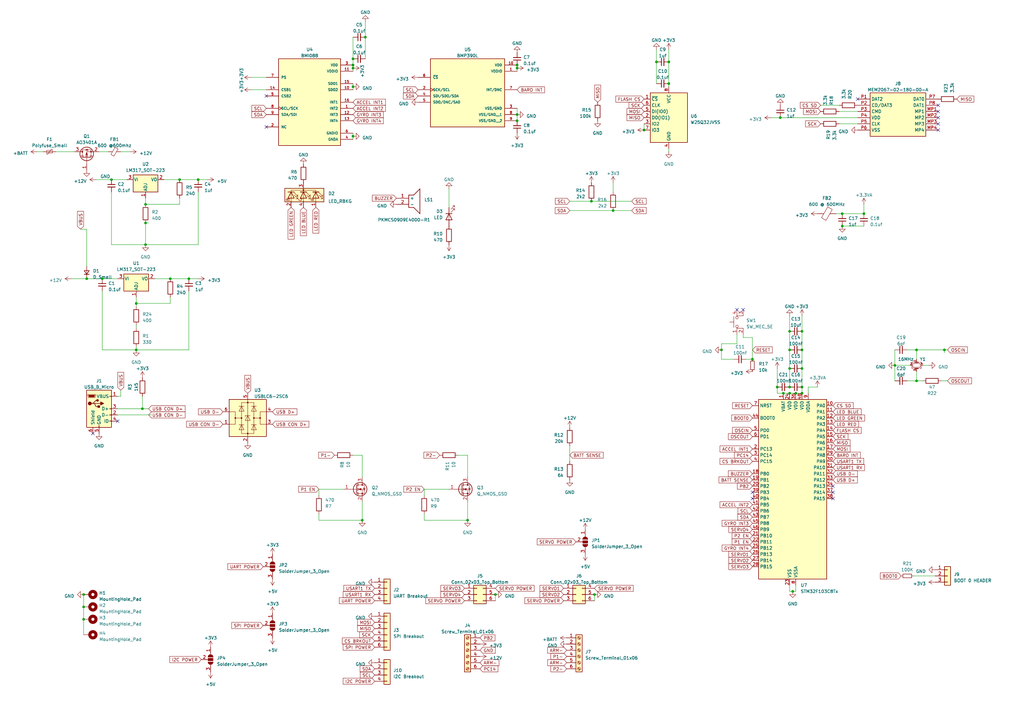
<source format=kicad_sch>
(kicad_sch (version 20230121) (generator eeschema)
  (paper "A3")
  (junction (at 59.69 100.33))
  (junction (at 328.93 143.51))
  (junction (at 59.69 91.44))
  (junction (at 45.72 73.66))
  (junction (at 34.29 243.84))
  (junction (at 212.09 26.67))
  (junction (at 35.56 114.3))
  (junction (at 328.93 158.75))
  (junction (at 345.44 87.63))
  (junction (at 323.85 161.29))
  (junction (at 328.93 135.89))
  (junction (at 203.2 243.84))
  (junction (at 264.16 53.34))
  (junction (at 274.32 25.4))
  (junction (at 321.31 161.29))
  (junction (at 243.84 243.84))
  (junction (at 212.09 46.99))
  (junction (at 58.42 167.64))
  (junction (at 212.09 49.53))
  (junction (at 375.92 156.21))
  (junction (at 387.35 143.51))
  (junction (at 274.32 34.29))
  (junction (at 328.93 151.13))
  (junction (at 149.86 15.24))
  (junction (at 55.88 143.51))
  (junction (at 148.59 213.36))
  (junction (at 320.04 48.26))
  (junction (at 81.28 73.66))
  (junction (at 325.12 242.57))
  (junction (at 191.77 213.36))
  (junction (at 144.78 26.67))
  (junction (at 144.78 35.56))
  (junction (at 354.33 87.63))
  (junction (at 69.85 114.3))
  (junction (at 295.91 143.51))
  (junction (at 41.91 114.3))
  (junction (at 55.88 124.46))
  (junction (at 308.61 147.32))
  (junction (at 242.57 82.55))
  (junction (at 345.44 92.71))
  (junction (at 269.24 25.4))
  (junction (at 375.92 143.51))
  (junction (at 144.78 24.13))
  (junction (at 328.93 161.29))
  (junction (at 251.46 86.36))
  (junction (at 59.69 83.82))
  (junction (at 323.85 143.51))
  (junction (at 34.29 248.92))
  (junction (at 77.47 114.3))
  (junction (at 318.77 158.75))
  (junction (at 323.85 135.89))
  (junction (at 144.78 55.88))
  (junction (at 323.85 151.13))
  (junction (at 367.03 149.86))
  (junction (at 326.39 161.29))
  (junction (at 73.66 73.66))
  (junction (at 323.85 158.75))
  (junction (at 34.29 254))
  (junction (at 144.78 27.94))
  (junction (at 212.09 27.94))
  (no_connect (at 308.61 204.47))
  (no_connect (at 308.61 201.93))
  (no_connect (at 384.81 43.18))
  (no_connect (at 341.63 204.47))
  (no_connect (at 304.8 127))
  (no_connect (at 384.81 50.8))
  (no_connect (at 302.26 127))
  (no_connect (at 384.81 45.72))
  (no_connect (at 38.1 177.8))
  (no_connect (at 341.63 201.93))
  (no_connect (at 384.81 53.34))
  (no_connect (at 109.22 39.37))
  (no_connect (at 351.79 40.64))
  (no_connect (at 384.81 48.26))
  (no_connect (at 109.22 52.07))
  (no_connect (at 341.63 199.39))
  (no_connect (at 48.26 172.72))
  (wire (pts (xy 77.47 119.38) (xy 77.47 143.51)))
  (wire (pts (xy 308.61 138.43) (xy 304.8 138.43)))
  (wire (pts (xy 323.85 143.51) (xy 323.85 151.13)))
  (wire (pts (xy 144.78 35.56) (xy 144.78 36.83)))
  (wire (pts (xy 63.5 114.3) (xy 69.85 114.3)))
  (wire (pts (xy 144.78 55.88) (xy 144.78 57.15)))
  (wire (pts (xy 326.39 161.29) (xy 328.93 161.29)))
  (wire (pts (xy 251.46 86.36) (xy 259.08 86.36)))
  (wire (pts (xy 328.93 161.29) (xy 328.93 158.75)))
  (wire (pts (xy 81.28 78.74) (xy 81.28 100.33)))
  (wire (pts (xy 331.47 158.75) (xy 331.47 161.29)))
  (wire (pts (xy 102.87 31.75) (xy 109.22 31.75)))
  (wire (pts (xy 184.15 77.47) (xy 184.15 85.09)))
  (wire (pts (xy 323.85 240.03) (xy 323.85 242.57)))
  (wire (pts (xy 40.64 62.23) (xy 44.45 62.23)))
  (wire (pts (xy 130.81 213.36) (xy 148.59 213.36)))
  (wire (pts (xy 251.46 74.93) (xy 251.46 78.74)))
  (wire (pts (xy 69.85 121.92) (xy 69.85 124.46)))
  (wire (pts (xy 144.78 24.13) (xy 144.78 26.67)))
  (wire (pts (xy 73.66 83.82) (xy 59.69 83.82)))
  (wire (pts (xy 77.47 114.3) (xy 81.28 114.3)))
  (wire (pts (xy 29.21 114.3) (xy 35.56 114.3)))
  (wire (pts (xy 306.07 147.32) (xy 308.61 147.32)))
  (wire (pts (xy 323.85 242.57) (xy 325.12 242.57)))
  (wire (pts (xy 149.86 15.24) (xy 149.86 24.13)))
  (wire (pts (xy 344.17 50.8) (xy 351.79 50.8)))
  (wire (pts (xy 323.85 151.13) (xy 323.85 158.75)))
  (wire (pts (xy 264.16 50.8) (xy 264.16 53.34)))
  (wire (pts (xy 41.91 119.38) (xy 41.91 143.51)))
  (wire (pts (xy 144.78 15.24) (xy 144.78 24.13)))
  (wire (pts (xy 372.11 143.51) (xy 375.92 143.51)))
  (wire (pts (xy 295.91 147.32) (xy 300.99 147.32)))
  (wire (pts (xy 55.88 133.35) (xy 55.88 134.62)))
  (wire (pts (xy 325.12 242.57) (xy 326.39 242.57)))
  (wire (pts (xy 148.59 186.69) (xy 144.78 186.69)))
  (wire (pts (xy 295.91 143.51) (xy 295.91 140.97)))
  (wire (pts (xy 45.72 100.33) (xy 59.69 100.33)))
  (wire (pts (xy 318.77 158.75) (xy 318.77 161.29)))
  (wire (pts (xy 184.15 200.66) (xy 173.99 200.66)))
  (wire (pts (xy 323.85 129.54) (xy 323.85 135.89)))
  (wire (pts (xy 242.57 82.55) (xy 259.08 82.55)))
  (wire (pts (xy 45.72 78.74) (xy 45.72 100.33)))
  (wire (pts (xy 336.55 43.18) (xy 344.17 43.18)))
  (wire (pts (xy 173.99 210.82) (xy 173.99 213.36)))
  (wire (pts (xy 387.35 144.78) (xy 387.35 143.51)))
  (wire (pts (xy 345.44 87.63) (xy 342.9 87.63)))
  (wire (pts (xy 367.03 149.86) (xy 367.03 143.51)))
  (wire (pts (xy 233.68 82.55) (xy 242.57 82.55)))
  (wire (pts (xy 212.09 44.45) (xy 212.09 46.99)))
  (wire (pts (xy 321.31 161.29) (xy 323.85 161.29)))
  (wire (pts (xy 59.69 91.44) (xy 59.69 100.33)))
  (wire (pts (xy 55.88 124.46) (xy 55.88 125.73)))
  (wire (pts (xy 144.78 54.61) (xy 144.78 55.88)))
  (wire (pts (xy 144.78 27.94) (xy 144.78 29.21)))
  (wire (pts (xy 269.24 20.32) (xy 269.24 25.4)))
  (wire (pts (xy 49.53 62.23) (xy 53.34 62.23)))
  (wire (pts (xy 22.86 62.23) (xy 30.48 62.23)))
  (wire (pts (xy 49.53 162.56) (xy 48.26 162.56)))
  (wire (pts (xy 375.92 156.21) (xy 378.46 156.21)))
  (wire (pts (xy 69.85 124.46) (xy 55.88 124.46)))
  (wire (pts (xy 212.09 27.94) (xy 212.09 29.21)))
  (wire (pts (xy 375.92 143.51) (xy 375.92 147.32)))
  (wire (pts (xy 144.78 34.29) (xy 144.78 35.56)))
  (wire (pts (xy 191.77 195.58) (xy 191.77 186.69)))
  (wire (pts (xy 354.33 87.63) (xy 345.44 87.63)))
  (wire (pts (xy 140.97 200.66) (xy 130.81 200.66)))
  (wire (pts (xy 60.96 91.44) (xy 59.69 91.44)))
  (wire (pts (xy 48.26 167.64) (xy 58.42 167.64)))
  (wire (pts (xy 69.85 114.3) (xy 77.47 114.3)))
  (wire (pts (xy 48.26 170.18) (xy 62.23 170.18)))
  (wire (pts (xy 55.88 121.92) (xy 55.88 124.46)))
  (wire (pts (xy 372.11 156.21) (xy 375.92 156.21)))
  (wire (pts (xy 344.17 45.72) (xy 351.79 45.72)))
  (wire (pts (xy 320.04 48.26) (xy 316.23 48.26)))
  (wire (pts (xy 58.42 162.56) (xy 58.42 167.64)))
  (wire (pts (xy 335.28 158.75) (xy 331.47 158.75)))
  (wire (pts (xy 49.53 160.02) (xy 49.53 162.56)))
  (wire (pts (xy 41.91 114.3) (xy 48.26 114.3)))
  (wire (pts (xy 58.42 167.64) (xy 60.96 167.64)))
  (wire (pts (xy 274.32 25.4) (xy 274.32 34.29)))
  (wire (pts (xy 130.81 200.66) (xy 130.81 203.2)))
  (wire (pts (xy 318.77 161.29) (xy 321.31 161.29)))
  (wire (pts (xy 73.66 81.28) (xy 73.66 83.82)))
  (wire (pts (xy 102.87 36.83) (xy 109.22 36.83)))
  (wire (pts (xy 374.65 236.22) (xy 383.54 236.22)))
  (wire (pts (xy 41.91 143.51) (xy 55.88 143.51)))
  (wire (pts (xy 387.35 143.51) (xy 388.62 143.51)))
  (wire (pts (xy 130.81 210.82) (xy 130.81 213.36)))
  (wire (pts (xy 34.29 248.92) (xy 34.29 254)))
  (wire (pts (xy 34.29 254) (xy 34.29 260.35)))
  (wire (pts (xy 149.86 8.89) (xy 149.86 15.24)))
  (wire (pts (xy 274.32 34.29) (xy 274.32 35.56)))
  (wire (pts (xy 55.88 142.24) (xy 55.88 143.51)))
  (wire (pts (xy 302.26 140.97) (xy 302.26 137.16)))
  (wire (pts (xy 243.84 243.84) (xy 243.84 246.38)))
  (wire (pts (xy 39.37 73.66) (xy 45.72 73.66)))
  (wire (pts (xy 304.8 138.43) (xy 304.8 137.16)))
  (wire (pts (xy 144.78 26.67) (xy 144.78 27.94)))
  (wire (pts (xy 148.59 213.36) (xy 148.59 205.74)))
  (wire (pts (xy 328.93 129.54) (xy 328.93 135.89)))
  (wire (pts (xy 318.77 151.13) (xy 318.77 158.75)))
  (wire (pts (xy 212.09 26.67) (xy 212.09 27.94)))
  (wire (pts (xy 354.33 83.82) (xy 354.33 87.63)))
  (wire (pts (xy 233.68 86.36) (xy 251.46 86.36)))
  (wire (pts (xy 328.93 135.89) (xy 328.93 143.51)))
  (wire (pts (xy 15.24 62.23) (xy 17.78 62.23)))
  (wire (pts (xy 269.24 25.4) (xy 269.24 34.29)))
  (wire (pts (xy 191.77 186.69) (xy 187.96 186.69)))
  (wire (pts (xy 367.03 149.86) (xy 373.38 149.86)))
  (wire (pts (xy 35.56 109.22) (xy 35.56 93.98)))
  (wire (pts (xy 203.2 243.84) (xy 203.2 246.38)))
  (wire (pts (xy 233.68 182.88) (xy 233.68 189.23)))
  (wire (pts (xy 59.69 100.33) (xy 81.28 100.33)))
  (wire (pts (xy 212.09 46.99) (xy 212.09 49.53)))
  (wire (pts (xy 308.61 138.43) (xy 308.61 147.32)))
  (wire (pts (xy 295.91 143.51) (xy 295.91 147.32)))
  (wire (pts (xy 148.59 195.58) (xy 148.59 186.69)))
  (wire (pts (xy 35.56 114.3) (xy 41.91 114.3)))
  (wire (pts (xy 274.32 20.32) (xy 274.32 25.4)))
  (wire (pts (xy 35.56 93.98) (xy 33.02 93.98)))
  (wire (pts (xy 34.29 243.84) (xy 34.29 248.92)))
  (wire (pts (xy 375.92 152.4) (xy 375.92 156.21)))
  (wire (pts (xy 59.69 81.28) (xy 59.69 83.82)))
  (wire (pts (xy 191.77 213.36) (xy 191.77 205.74)))
  (wire (pts (xy 320.04 48.26) (xy 351.79 48.26)))
  (wire (pts (xy 328.93 143.51) (xy 328.93 151.13)))
  (wire (pts (xy 386.08 156.21) (xy 388.62 156.21)))
  (wire (pts (xy 73.66 73.66) (xy 81.28 73.66)))
  (wire (pts (xy 375.92 143.51) (xy 387.35 143.51)))
  (wire (pts (xy 173.99 213.36) (xy 191.77 213.36)))
  (wire (pts (xy 77.47 143.51) (xy 55.88 143.51)))
  (wire (pts (xy 367.03 149.86) (xy 367.03 156.21)))
  (wire (pts (xy 345.44 92.71) (xy 354.33 92.71)))
  (wire (pts (xy 173.99 200.66) (xy 173.99 203.2)))
  (wire (pts (xy 295.91 140.97) (xy 302.26 140.97)))
  (wire (pts (xy 323.85 135.89) (xy 323.85 143.51)))
  (wire (pts (xy 328.93 158.75) (xy 328.93 151.13)))
  (wire (pts (xy 274.32 60.96) (xy 274.32 62.23)))
  (wire (pts (xy 67.31 73.66) (xy 73.66 73.66)))
  (wire (pts (xy 81.28 73.66) (xy 85.09 73.66)))
  (wire (pts (xy 381 149.86) (xy 378.46 149.86)))
  (wire (pts (xy 323.85 161.29) (xy 326.39 161.29)))
  (wire (pts (xy 45.72 73.66) (xy 52.07 73.66)))
  (wire (pts (xy 326.39 242.57) (xy 326.39 240.03)))
  (global_label "LED BLUE" (shape input) (at 124.46 85.09 270) (property "Intersheetrefs" "${INTERSHEET_REFS}" (effects hide)))
  (global_label "ARM-" (shape input) (at 232.41 266.7 180) (property "Intersheetrefs" "${INTERSHEET_REFS}" (effects hide)))
  (global_label "OSCIN" (shape input) (at 388.62 143.51 0) (property "Intersheetrefs" "${INTERSHEET_REFS}" (effects hide)))
  (global_label "CS BRKOUT" (shape input) (at 308.61 189.23 180) (property "Intersheetrefs" "${INTERSHEET_REFS}" (effects hide)))
  (global_label "USART1 RX" (shape input) (at 153.67 243.84 180) (property "Intersheetrefs" "${INTERSHEET_REFS}" (effects hide)))
  (global_label "P2 EN" (shape input) (at 308.61 219.71 180) (property "Intersheetrefs" "${INTERSHEET_REFS}" (effects hide)))
  (global_label "GYRO INT4" (shape input) (at 144.78 49.53 0) (property "Intersheetrefs" "${INTERSHEET_REFS}" (effects hide)))
  (global_label "VBUS" (shape input) (at 49.53 160.02 90) (property "Intersheetrefs" "${INTERSHEET_REFS}" (effects hide)))
  (global_label "SCK" (shape input) (at 341.63 179.07 0) (property "Intersheetrefs" "${INTERSHEET_REFS}" (effects hide)))
  (global_label "ACCEL INT1" (shape input) (at 144.78 41.91 0) (property "Intersheetrefs" "${INTERSHEET_REFS}" (effects hide)))
  (global_label "UART POWER" (shape input) (at 153.67 246.38 180) (property "Intersheetrefs" "${INTERSHEET_REFS}" (effects hide)))
  (global_label "SERVO2" (shape input) (at 308.61 229.87 180) (property "Intersheetrefs" "${INTERSHEET_REFS}" (effects hide)))
  (global_label "MOSI" (shape input) (at 264.16 45.72 180) (property "Intersheetrefs" "${INTERSHEET_REFS}" (effects hide)))
  (global_label "VBUS" (shape input) (at 101.6 161.29 90) (property "Intersheetrefs" "${INTERSHEET_REFS}" (effects hide)))
  (global_label "SERVO POWER" (shape input) (at 203.2 241.3 0) (property "Intersheetrefs" "${INTERSHEET_REFS}" (effects hide)))
  (global_label "BARO INT" (shape input) (at 341.63 186.69 0) (property "Intersheetrefs" "${INTERSHEET_REFS}" (effects hide)))
  (global_label "CS SD" (shape input) (at 336.55 43.18 180) (property "Intersheetrefs" "${INTERSHEET_REFS}" (effects hide)))
  (global_label "SDA" (shape input) (at 308.61 212.09 180) (property "Intersheetrefs" "${INTERSHEET_REFS}" (effects hide)))
  (global_label "MOSI" (shape input) (at 153.67 255.27 180) (property "Intersheetrefs" "${INTERSHEET_REFS}" (effects hide)))
  (global_label "USB CON D+" (shape input) (at 60.96 167.64 0) (property "Intersheetrefs" "${INTERSHEET_REFS}" (effects hide)))
  (global_label "UART POWER" (shape input) (at 107.95 232.41 180) (property "Intersheetrefs" "${INTERSHEET_REFS}" (effects hide)))
  (global_label "FLASH CS" (shape input) (at 264.16 40.64 180) (property "Intersheetrefs" "${INTERSHEET_REFS}" (effects hide)))
  (global_label "MISO" (shape input) (at 341.63 181.61 0) (property "Intersheetrefs" "${INTERSHEET_REFS}" (effects hide)))
  (global_label "SERVO POWER" (shape input) (at 236.22 222.25 180) (property "Intersheetrefs" "${INTERSHEET_REFS}" (effects hide)))
  (global_label "ACCEL INT1" (shape input) (at 308.61 184.15 180) (property "Intersheetrefs" "${INTERSHEET_REFS}" (effects hide)))
  (global_label "USB D-" (shape input) (at 341.63 194.31 0) (property "Intersheetrefs" "${INTERSHEET_REFS}" (effects hide)))
  (global_label "P2-" (shape input) (at 232.41 274.32 180) (property "Intersheetrefs" "${INTERSHEET_REFS}" (effects hide)))
  (global_label "LED RED" (shape input) (at 341.63 173.99 0) (property "Intersheetrefs" "${INTERSHEET_REFS}" (effects hide)))
  (global_label "RESET" (shape input) (at 308.61 143.51 0) (property "Intersheetrefs" "${INTERSHEET_REFS}" (effects hide)))
  (global_label "P1-" (shape input) (at 232.41 269.24 180) (property "Intersheetrefs" "${INTERSHEET_REFS}" (effects hide)))
  (global_label "SCL" (shape input) (at 109.22 44.45 180) (property "Intersheetrefs" "${INTERSHEET_REFS}" (effects hide)))
  (global_label "BATT SENSE" (shape input) (at 308.61 196.85 180) (property "Intersheetrefs" "${INTERSHEET_REFS}" (effects hide)))
  (global_label "GYRO INT4" (shape input) (at 308.61 224.79 180) (property "Intersheetrefs" "${INTERSHEET_REFS}" (effects hide)))
  (global_label "SERVO POWER" (shape input) (at 243.84 241.3 0) (property "Intersheetrefs" "${INTERSHEET_REFS}" (effects hide)))
  (global_label "SCK" (shape input) (at 336.55 50.8 180) (property "Intersheetrefs" "${INTERSHEET_REFS}" (effects hide)))
  (global_label "USART1 TX" (shape input) (at 153.67 241.3 180) (property "Intersheetrefs" "${INTERSHEET_REFS}" (effects hide)))
  (global_label "SCL" (shape input) (at 308.61 209.55 180) (property "Intersheetrefs" "${INTERSHEET_REFS}" (effects hide)))
  (global_label "MISO" (shape input) (at 392.43 40.64 0) (property "Intersheetrefs" "${INTERSHEET_REFS}" (effects hide)))
  (global_label "P1 EN" (shape input) (at 130.81 200.66 180) (property "Intersheetrefs" "${INTERSHEET_REFS}" (effects hide)))
  (global_label "SCK" (shape input) (at 153.67 260.35 180) (property "Intersheetrefs" "${INTERSHEET_REFS}" (effects hide)))
  (global_label "SERVO3" (shape input) (at 190.5 241.3 180) (property "Intersheetrefs" "${INTERSHEET_REFS}" (effects hide)))
  (global_label "SERVO3" (shape input) (at 308.61 232.41 180) (property "Intersheetrefs" "${INTERSHEET_REFS}" (effects hide)))
  (global_label "SERVO POWER" (shape input) (at 190.5 246.38 180) (property "Intersheetrefs" "${INTERSHEET_REFS}" (effects hide)))
  (global_label "SERVO4" (shape input) (at 190.5 243.84 180) (property "Intersheetrefs" "${INTERSHEET_REFS}" (effects hide)))
  (global_label "OSCOUT" (shape input) (at 308.61 179.07 180) (property "Intersheetrefs" "${INTERSHEET_REFS}" (effects hide)))
  (global_label "MISO" (shape input) (at 245.11 41.91 90) (property "Intersheetrefs" "${INTERSHEET_REFS}" (effects hide)))
  (global_label "PC14" (shape input) (at 308.61 186.69 180) (property "Intersheetrefs" "${INTERSHEET_REFS}" (effects hide)))
  (global_label "CS BRKOUT" (shape input) (at 153.67 262.89 180) (property "Intersheetrefs" "${INTERSHEET_REFS}" (effects hide)))
  (global_label "SERVO1" (shape input) (at 231.14 241.3 180) (property "Intersheetrefs" "${INTERSHEET_REFS}" (effects hide)))
  (global_label "SCL" (shape input) (at 171.45 36.83 180) (property "Intersheetrefs" "${INTERSHEET_REFS}" (effects hide)))
  (global_label "MOSI" (shape input) (at 336.55 45.72 180) (property "Intersheetrefs" "${INTERSHEET_REFS}" (effects hide)))
  (global_label "USB CON D-" (shape input) (at 91.44 173.99 180) (property "Intersheetrefs" "${INTERSHEET_REFS}" (effects hide)))
  (global_label "I2C POWER" (shape input) (at 82.55 270.51 180) (property "Intersheetrefs" "${INTERSHEET_REFS}" (effects hide)))
  (global_label "GND" (shape input) (at 196.85 266.7 0) (property "Intersheetrefs" "${INTERSHEET_REFS}" (effects hide)))
  (global_label "GYRO INT3" (shape input) (at 308.61 214.63 180) (property "Intersheetrefs" "${INTERSHEET_REFS}" (effects hide)))
  (global_label "SCL" (shape input) (at 153.67 276.86 180) (property "Intersheetrefs" "${INTERSHEET_REFS}" (effects hide)))
  (global_label "BATT SENSE" (shape input) (at 233.68 186.69 0) (property "Intersheetrefs" "${INTERSHEET_REFS}" (effects hide)))
  (global_label "BOOT0" (shape input) (at 369.57 236.22 180) (property "Intersheetrefs" "${INTERSHEET_REFS}" (effects hide)))
  (global_label "PC14" (shape input) (at 196.85 274.32 0) (property "Intersheetrefs" "${INTERSHEET_REFS}" (effects hide)))
  (global_label "LED BLUE" (shape input) (at 341.63 168.91 0) (property "Intersheetrefs" "${INTERSHEET_REFS}" (effects hide)))
  (global_label "USB D+" (shape input) (at 341.63 196.85 0) (property "Intersheetrefs" "${INTERSHEET_REFS}" (effects hide)))
  (global_label "RESET" (shape input) (at 308.61 166.37 180) (property "Intersheetrefs" "${INTERSHEET_REFS}" (effects hide)))
  (global_label "MOSI" (shape input) (at 341.63 184.15 0) (property "Intersheetrefs" "${INTERSHEET_REFS}" (effects hide)))
  (global_label "LED GREEN" (shape input) (at 119.38 85.09 270) (property "Intersheetrefs" "${INTERSHEET_REFS}" (effects hide)))
  (global_label "SDA" (shape input) (at 233.68 86.36 180) (property "Intersheetrefs" "${INTERSHEET_REFS}" (effects hide)))
  (global_label "OSCIN" (shape input) (at 308.61 176.53 180) (property "Intersheetrefs" "${INTERSHEET_REFS}" (effects hide)))
  (global_label "SCL" (shape input) (at 259.08 82.55 0) (property "Intersheetrefs" "${INTERSHEET_REFS}" (effects hide)))
  (global_label "PB2" (shape input) (at 196.85 261.62 0) (property "Intersheetrefs" "${INTERSHEET_REFS}" (effects hide)))
  (global_label "SDA" (shape input) (at 153.67 274.32 180) (property "Intersheetrefs" "${INTERSHEET_REFS}" (effects hide)))
  (global_label "LED GREEN" (shape input) (at 341.63 171.45 0) (property "Intersheetrefs" "${INTERSHEET_REFS}" (effects hide)))
  (global_label "CS SD" (shape input) (at 341.63 166.37 0) (property "Intersheetrefs" "${INTERSHEET_REFS}" (effects hide)))
  (global_label "LED RED" (shape input) (at 129.54 85.09 270) (property "Intersheetrefs" "${INTERSHEET_REFS}" (effects hide)))
  (global_label "ACCEL INT2" (shape input) (at 144.78 44.45 0) (property "Intersheetrefs" "${INTERSHEET_REFS}" (effects hide)))
  (global_label "ARM-" (shape input) (at 196.85 271.78 0) (property "Intersheetrefs" "${INTERSHEET_REFS}" (effects hide)))
  (global_label "USB D-" (shape input) (at 91.44 168.91 180) (property "Intersheetrefs" "${INTERSHEET_REFS}" (effects hide)))
  (global_label "BUZZER" (shape input) (at 162.56 81.28 180) (property "Intersheetrefs" "${INTERSHEET_REFS}" (effects hide)))
  (global_label "SDA" (shape input) (at 109.22 46.99 180) (property "Intersheetrefs" "${INTERSHEET_REFS}" (effects hide)))
  (global_label "SPI POWER" (shape input) (at 107.95 256.54 180) (property "Intersheetrefs" "${INTERSHEET_REFS}" (effects hide)))
  (global_label "P1 EN" (shape input) (at 308.61 222.25 180) (property "Intersheetrefs" "${INTERSHEET_REFS}" (effects hide)))
  (global_label "MISO" (shape input) (at 264.16 48.26 180) (property "Intersheetrefs" "${INTERSHEET_REFS}" (effects hide)))
  (global_label "BARO INT" (shape input) (at 212.09 36.83 0) (property "Intersheetrefs" "${INTERSHEET_REFS}" (effects hide)))
  (global_label "SCK" (shape input) (at 264.16 43.18 180) (property "Intersheetrefs" "${INTERSHEET_REFS}" (effects hide)))
  (global_label "P2 EN" (shape input) (at 173.99 200.66 180) (property "Intersheetrefs" "${INTERSHEET_REFS}" (effects hide)))
  (global_label "PB2" (shape input) (at 308.61 199.39 180) (property "Intersheetrefs" "${INTERSHEET_REFS}" (effects hide)))
  (global_label "P1-" (shape input) (at 137.16 186.69 180) (property "Intersheetrefs" "${INTERSHEET_REFS}" (effects hide)))
  (global_label "SERVO2" (shape input) (at 231.14 243.84 180) (property "Intersheetrefs" "${INTERSHEET_REFS}" (effects hide)))
  (global_label "FLASH CS" (shape input) (at 341.63 176.53 0) (property "Intersheetrefs" "${INTERSHEET_REFS}" (effects hide)))
  (global_label "OSCOUT" (shape input) (at 388.62 156.21 0) (property "Intersheetrefs" "${INTERSHEET_REFS}" (effects hide)))
  (global_label "SERVO1" (shape input) (at 308.61 227.33 180) (property "Intersheetrefs" "${INTERSHEET_REFS}" (effects hide)))
  (global_label "P2-" (shape input) (at 180.34 186.69 180) (property "Intersheetrefs" "${INTERSHEET_REFS}" (effects hide)))
  (global_label "USART1 RX" (shape input) (at 341.63 191.77 0) (property "Intersheetrefs" "${INTERSHEET_REFS}" (effects hide)))
  (global_label "SERVO POWER" (shape input) (at 231.14 246.38 180) (property "Intersheetrefs" "${INTERSHEET_REFS}" (effects hide)))
  (global_label "MISO" (shape input) (at 153.67 257.81 180) (property "Intersheetrefs" "${INTERSHEET_REFS}" (effects hide)))
  (global_label "GYRO INT3" (shape input) (at 144.78 46.99 0) (property "Intersheetrefs" "${INTERSHEET_REFS}" (effects hide)))
  (global_label "USART1 TX" (shape input) (at 341.63 189.23 0) (property "Intersheetrefs" "${INTERSHEET_REFS}" (effects hide)))
  (global_label "SERVO4" (shape input) (at 308.61 217.17 180) (property "Intersheetrefs" "${INTERSHEET_REFS}" (effects hide)))
  (global_label "USB CON D-" (shape input) (at 60.96 170.18 0) (property "Intersheetrefs" "${INTERSHEET_REFS}" (effects hide)))
  (global_label "VBUS" (shape input) (at 33.02 93.98 90) (property "Intersheetrefs" "${INTERSHEET_REFS}" (effects hide)))
  (global_label "USB CON D+" (shape input) (at 111.76 173.99 0) (property "Intersheetrefs" "${INTERSHEET_REFS}" (effects hide)))
  (global_label "SCL" (shape input) (at 233.68 82.55 180) (property "Intersheetrefs" "${INTERSHEET_REFS}" (effects hide)))
  (global_label "ACCEL INT2" (shape input) (at 308.61 207.01 180) (property "Intersheetrefs" "${INTERSHEET_REFS}" (effects hide)))
  (global_label "BUZZER" (shape input) (at 308.61 194.31 180) (property "Intersheetrefs" "${INTERSHEET_REFS}" (effects hide)))
  (global_label "SPI POWER" (shape input) (at 153.67 265.43 180) (property "Intersheetrefs" "${INTERSHEET_REFS}" (effects hide)))
  (global_label "SDA" (shape input) (at 171.45 39.37 180) (property "Intersheetrefs" "${INTERSHEET_REFS}" (effects hide)))
  (global_label "BOOT0" (shape input) (at 308.61 171.45 180) (property "Intersheetrefs" "${INTERSHEET_REFS}" (effects hide)))
  (global_label "SDA" (shape input) (at 259.08 86.36 0) (property "Intersheetrefs" "${INTERSHEET_REFS}" (effects hide)))
  (global_label "I2C POWER" (shape input) (at 153.67 279.4 180) (property "Intersheetrefs" "${INTERSHEET_REFS}" (effects hide)))
  (global_label "USB D+" (shape input) (at 111.76 168.91 0) (property "Intersheetrefs" "${INTERSHEET_REFS}" (effects hide)))
  (global_label "ARM-" (shape input) (at 232.41 271.78 180) (property "Intersheetrefs" "${INTERSHEET_REFS}" (effects hide)))
  (symbol (lib_id "Device:LED_RBKG") (at 124.46 80.01 270) (unit 1)
    (property "Reference" "D2" (at 134.62 79.375 90) (effects (justify left)))
    (property "Value" "LED_RBKG" (at 134.62 82.55 90) (effects (justify left)))
    (property "Footprint" "LED_THT:LED_D5.0mm-4_RGB" (effects hide))
  )
  (symbol (lib_id "Mechanical:MountingHole_Pad") (at 36.83 248.92 270) (unit 1)
    (property "Reference" "H2" (at 40.64 248.285 90) (effects (justify left)))
    (property "Value" "MountingHole_Pad" (at 40.64 250.825 90) (effects (justify left)))
    (property "Footprint" "MountingHole:MountingHole_3.2mm_M3_DIN965_Pad" (effects hide))
  )
  (symbol (lib_id "power:GND") (at 383.54 233.68 270) (unit 1)
    (property "Reference" "#PWR067" (effects hide))
    (property "Value" "GND" (at 379.73 234.315 90) (effects (justify right)))
  )
  (symbol (lib_id "power:+3V3") (at 58.42 154.94 0) (unit 1)
    (property "Reference" "#PWR09" (effects hide))
    (property "Value" "+3V3" (at 58.42 151.13 0))
  )
  (symbol (lib_id "power:+3V3") (at 102.87 31.75 90) (unit 1)
    (property "Reference" "#PWR013" (effects hide))
    (property "Value" "+3V3" (at 99.06 30.48 0))
  )
  (symbol (lib_id "Device:R") (at 242.57 78.74 0) (mirror y) (unit 1)
    (property "Reference" "R14" (at 240.03 78.105 0) (effects (justify left)))
    (property "Value" "2k2" (at 240.03 80.645 0) (effects (justify left)))
    (property "Footprint" "Resistor_SMD:R_0603_1608Metric" (effects hide))
  )
  (symbol (lib_id "power:+3V3") (at 86.36 265.43 0) (unit 1)
    (property "Reference" "#PWR072" (effects hide))
    (property "Value" "+3V3" (at 86.36 261.62 0))
  )
  (symbol (lib_id "power:+3V3") (at 144.78 27.94 270) (unit 1)
    (property "Reference" "#PWR016" (effects hide))
    (property "Value" "+3V3" (at 148.59 29.21 0))
  )
  (symbol (lib_id "power:+12V") (at 39.37 73.66 90) (unit 1)
    (property "Reference" "#PWR04" (effects hide))
    (property "Value" "+12V" (at 35.56 74.295 90) (effects (justify left)))
  )
  (symbol (lib_id "power:+3V3") (at 264.16 53.34 90) (unit 1)
    (property "Reference" "#PWR049" (effects hide))
    (property "Value" "+3V3" (at 260.35 53.975 90) (effects (justify left)))
  )
  (symbol (lib_id "power:GND") (at 345.44 92.71 0) (unit 1)
    (property "Reference" "#PWR062" (effects hide))
    (property "Value" "GND" (at 345.44 97.79 0))
  )
  (symbol (lib_id "Jumper:SolderJumper_3_Open") (at 111.76 232.41 270) (unit 1)
    (property "Reference" "JP2" (at 114.3 231.775 90) (effects (justify left)))
    (property "Value" "SolderJumper_3_Open" (at 114.3 234.315 90) (effects (justify left)))
    (property "Footprint" "Jumper:SolderJumper-3_P1.3mm_Open_Pad1.0x1.5mm" (effects hide))
  )
  (symbol (lib_id "MCU_ST_STM32F1:STM32F103C8Tx") (at 323.85 201.93 0) (unit 1)
    (property "Reference" "U7" (at 328.3459 240.03 0) (effects (justify left)))
    (property "Value" "STM32F103C8Tx" (at 328.3459 242.57 0) (effects (justify left)))
    (property "Footprint" "Package_QFP:LQFP-48_7x7mm_P0.5mm" (effects hide))
    (property "Datasheet" "https://www.st.com/resource/en/datasheet/stm32f103c8.pdf" (effects hide))
  )
  (symbol (lib_id "power:GND") (at 55.88 143.51 0) (unit 1)
    (property "Reference" "#PWR07" (effects hide))
    (property "Value" "GND" (at 55.88 148.59 0))
  )
  (symbol (lib_id "Device:C_Small") (at 212.09 24.13 180) (unit 1)
    (property "Reference" "C7" (at 214.63 23.4886 0) (effects (justify right)))
    (property "Value" "0.1uf" (at 214.63 26.0286 0) (effects (justify right)))
    (property "Footprint" "Capacitor_SMD:C_0603_1608Metric" (effects hide))
  )
  (symbol (lib_id "power:GND") (at 323.85 129.54 180) (unit 1)
    (property "Reference" "#PWR057" (effects hide))
    (property "Value" "GND" (at 323.85 125.73 0))
  )
  (symbol (lib_id "Device:C_Small") (at 271.78 34.29 90) (unit 1)
    (property "Reference" "C10" (at 271.7863 29.21 90))
    (property "Value" "0.1uf" (at 271.7863 31.75 90))
    (property "Footprint" "Capacitor_SMD:C_0603_1608Metric" (effects hide))
  )
  (symbol (lib_id "power:GND") (at 367.03 149.86 270) (unit 1)
    (property "Reference" "#PWR065" (effects hide))
    (property "Value" "GND" (at 363.22 150.495 90) (effects (justify right)))
  )
  (symbol (lib_id "power:GND") (at 320.04 43.18 180) (unit 1)
    (property "Reference" "#PWR056" (effects hide))
    (property "Value" "GND" (at 320.04 39.37 0))
  )
  (symbol (lib_id "Device:R") (at 382.27 156.21 90) (mirror x) (unit 1)
    (property "Reference" "R22" (at 382.27 161.29 90))
    (property "Value" "47" (at 382.27 158.75 90))
    (property "Footprint" "Resistor_SMD:R_0603_1608Metric" (effects hide))
  )
  (symbol (lib_id "power:GND") (at 59.69 100.33 0) (unit 1)
    (property "Reference" "#PWR08" (effects hide))
    (property "Value" "GND" (at 59.69 105.41 0))
  )
  (symbol (lib_id "Device:C_Small") (at 369.57 156.21 270) (unit 1)
    (property "Reference" "C20" (at 369.5636 151.13 90))
    (property "Value" "6pf" (at 369.5636 153.67 90))
    (property "Footprint" "Capacitor_SMD:C_0603_1608Metric" (effects hide))
  )
  (symbol (lib_id "Device:R") (at 173.99 207.01 0) (mirror x) (unit 1)
    (property "Reference" "R9" (at 176.53 207.645 0) (effects (justify left)))
    (property "Value" "470" (at 176.53 205.105 0) (effects (justify left)))
    (property "Footprint" "Resistor_SMD:R_0603_1608Metric" (effects hide))
  )
  (symbol (lib_id "power:GND") (at 101.6 181.61 0) (unit 1)
    (property "Reference" "#PWR012" (effects hide))
    (property "Value" "GND" (at 101.6 186.69 0))
  )
  (symbol (lib_id "Mechanical:MountingHole_Pad") (at 36.83 260.35 270) (unit 1)
    (property "Reference" "H4" (at 40.64 259.715 90) (effects (justify left)))
    (property "Value" "MountingHole_Pad" (at 40.64 262.255 90) (effects (justify left)))
    (property "Footprint" "MountingHole:MountingHole_3.2mm_M3_DIN965_Pad" (effects hide))
  )
  (symbol (lib_id "power:+12V") (at 240.03 217.17 0) (unit 1)
    (property "Reference" "#PWR033" (effects hide))
    (property "Value" "+12V" (at 240.03 213.36 0))
  )
  (symbol (lib_id "power:GND") (at 35.56 69.85 0) (unit 1)
    (property "Reference" "#PWR03" (effects hide))
    (property "Value" "GND" (at 43.18 72.39 0))
  )
  (symbol (lib_id "Device:Crystal_GND24_Small") (at 375.92 149.86 270) (unit 1)
    (property "Reference" "Y1" (at 377.19 147.32 90) (effects (justify left)))
    (property "Value" "16MHz" (at 368.3 147.32 90) (effects (justify left)))
    (property "Footprint" "Crystal:Crystal_SMD_2520-4Pin_2.5x2.0mm" (effects hide))
    (property "LCSC Part #" "C13738" (effects hide))
  )
  (symbol (lib_id "Device:R") (at 55.88 129.54 0) (unit 1)
    (property "Reference" "R24" (at 58.42 128.905 0) (effects (justify left)))
    (property "Value" "400" (at 58.42 131.445 0) (effects (justify left)))
    (property "Footprint" "Resistor_SMD:R_0603_1608Metric" (effects hide))
  )
  (symbol (lib_id "Device:Polyfuse_Small") (at 20.32 62.23 90) (unit 1)
    (property "Reference" "F1" (at 20.32 57.15 90))
    (property "Value" "Polyfuse_Small" (at 20.32 59.69 90))
    (property "Footprint" "Fuse:Fuse_1206_3216Metric" (effects hide))
  )
  (symbol (lib_id "power:+3V3") (at 196.85 264.16 270) (unit 1)
    (property "Reference" "#PWR074" (effects hide))
    (property "Value" "+3V3" (at 200.66 264.795 90) (effects (justify left)))
  )
  (symbol (lib_id "power:+BATT") (at 232.41 261.62 90) (unit 1)
    (property "Reference" "#PWR040" (effects hide))
    (property "Value" "+BATT" (at 228.6 262.255 90) (effects (justify left)))
  )
  (symbol (lib_id "Device:C_Small") (at 81.28 76.2 0) (unit 1)
    (property "Reference" "C4" (at 83.82 75.5713 0) (effects (justify left)))
    (property "Value" "1uf" (at 83.82 78.1113 0) (effects (justify left)))
    (property "Footprint" "Capacitor_SMD:C_0805_2012Metric" (effects hide))
  )
  (symbol (lib_id "power:GND") (at 203.2 243.84 90) (unit 1)
    (property "Reference" "#PWR034" (effects hide))
    (property "Value" "GND" (at 207.01 244.475 90) (effects (justify right)))
  )
  (symbol (lib_id "power:+3V3") (at 316.23 48.26 90) (unit 1)
    (property "Reference" "#PWR055" (effects hide))
    (property "Value" "+3V3" (at 312.42 48.895 90) (effects (justify left)))
  )
  (symbol (lib_id "power:GND") (at 351.79 53.34 270) (unit 1)
    (property "Reference" "#PWR063" (effects hide))
    (property "Value" "GND" (at 347.98 53.975 90) (effects (justify right)))
  )
  (symbol (lib_id "Regulator_Linear:LM317_SOT-223") (at 55.88 114.3 0) (unit 1)
    (property "Reference" "U1" (at 55.88 107.95 0))
    (property "Value" "LM317_SOT-223" (at 55.88 110.49 0))
    (property "Footprint" "Package_TO_SOT_SMD:SOT-223-3_TabPin2" (effects hide))
    (property "Datasheet" "http://www.ti.com/lit/ds/symlink/lm317.pdf" (effects hide))
  )
  (symbol (lib_id "Device:R") (at 251.46 82.55 0) (mirror y) (unit 1)
    (property "Reference" "R16" (at 248.92 81.915 0) (effects (justify left)))
    (property "Value" "2k2" (at 248.92 84.455 0) (effects (justify left)))
    (property "Footprint" "Resistor_SMD:R_0603_1608Metric" (effects hide))
  )
  (symbol (lib_id "Device:R") (at 184.15 96.52 0) (mirror y) (unit 1)
    (property "Reference" "R10" (at 181.61 95.885 0) (effects (justify left)))
    (property "Value" "470" (at 181.61 98.425 0) (effects (justify left)))
    (property "Footprint" "Resistor_SMD:R_0603_1608Metric" (effects hide))
  )
  (symbol (lib_id "power:+3V3") (at 111.76 251.46 0) (unit 1)
    (property "Reference" "#PWR044" (effects hide))
    (property "Value" "+3V3" (at 111.76 247.65 0))
  )
  (symbol (lib_id "power:+3.3VA") (at 354.33 83.82 0) (unit 1)
    (property "Reference" "#PWR064" (effects hide))
    (property "Value" "+3.3VA" (at 354.33 80.01 0))
  )
  (symbol (lib_id "Device:R") (at 124.46 71.12 0) (mirror y) (unit 1)
    (property "Reference" "R6" (at 121.92 70.485 0) (effects (justify left)))
    (property "Value" "470" (at 121.92 73.025 0) (effects (justify left)))
    (property "Footprint" "Resistor_SMD:R_0603_1608Metric" (effects hide))
  )
  (symbol (lib_id "Connector:USB_B_Micro") (at 40.64 167.64 0) (unit 1)
    (property "Reference" "J1" (at 40.64 156.21 0))
    (property "Value" "USB_B_Micro" (at 40.64 158.75 0))
    (property "Footprint" "Connector_USB:USB_Micro-B_Amphenol_10104110_Horizontal" (effects hide))
  )
  (symbol (lib_id "Memory_Flash:W25Q32JVSS") (at 274.32 48.26 0) (unit 1)
    (property "Reference" "U6" (at 283.21 47.625 0) (effects (justify left)))
    (property "Value" "W25Q32JVSS" (at 283.21 50.165 0) (effects (justify left)))
    (property "Footprint" "Package_SO:SOIC-8_5.23x5.23mm_P1.27mm" (effects hide))
    (property "Datasheet" "http://www.winbond.com/resource-files/w25q32jv%20revg%2003272018%20plus.pdf" (effects hide))
  )
  (symbol (lib_id "Jumper:SolderJumper_3_Open") (at 86.36 270.51 270) (unit 1)
    (property "Reference" "JP4" (at 88.9 269.875 90) (effects (justify left)))
    (property "Value" "SolderJumper_3_Open" (at 88.9 272.415 90) (effects (justify left)))
    (property "Footprint" "Jumper:SolderJumper-3_P1.3mm_Open_Pad1.0x1.5mm" (effects hide))
  )
  (symbol (lib_id "power:GND") (at 274.32 62.23 0) (unit 1)
    (property "Reference" "#PWR052" (effects hide))
    (property "Value" "GND" (at 274.32 67.31 0))
  )
  (symbol (lib_id "Device:R") (at 347.98 43.18 270) (mirror x) (unit 1)
    (property "Reference" "R20" (at 348.615 40.64 0) (effects (justify left)))
    (property "Value" "3.3k" (at 346.075 40.64 0) (effects (justify left)))
    (property "Footprint" "Resistor_SMD:R_0603_1608Metric" (effects hide))
  )
  (symbol (lib_id "Device:C_Small") (at 320.04 45.72 0) (unit 1)
    (property "Reference" "C12" (at 322.58 45.0913 0) (effects (justify left)))
    (property "Value" "1uf" (at 322.58 47.6313 0) (effects (justify left)))
    (property "Footprint" "Capacitor_SMD:C_0603_1608Metric" (effects hide))
  )
  (symbol (lib_id "Device:C_Small") (at 45.72 76.2 0) (unit 1)
    (property "Reference" "C2" (at 48.26 75.5713 0) (effects (justify left)))
    (property "Value" "0.1uf" (at 48.26 78.1113 0) (effects (justify left)))
    (property "Footprint" "Capacitor_SMD:C_0805_2012Metric" (effects hide))
  )
  (symbol (lib_id "Connector_Generic:Conn_01x03") (at 388.62 236.22 0) (unit 1)
    (property "Reference" "J9" (at 391.16 235.585 0) (effects (justify left)))
    (property "Value" "BOOT 0 HEADER" (at 391.16 238.125 0) (effects (justify left)))
    (property "Footprint" "Connector_PinHeader_2.54mm:PinHeader_1x03_P2.54mm_Vertical" (effects hide))
  )
  (symbol (lib_id "power:+3V3") (at 274.32 20.32 0) (unit 1)
    (property "Reference" "#PWR051" (effects hide))
    (property "Value" "+3V3" (at 274.32 16.51 0))
  )
  (symbol (lib_id "power:GND") (at 148.59 213.36 0) (unit 1)
    (property "Reference" "#PWR019" (effects hide))
    (property "Value" "GND" (at 148.59 218.44 0))
  )
  (symbol (lib_id "power:+3V3") (at 328.93 129.54 0) (unit 1)
    (property "Reference" "#PWR059" (effects hide))
    (property "Value" "+3V3" (at 328.93 125.73 0))
  )
  (symbol (lib_id "power:GND") (at 149.86 8.89 180) (unit 1)
    (property "Reference" "#PWR020" (effects hide))
    (property "Value" "GND" (at 149.86 5.08 0))
  )
  (symbol (lib_id "power:+5V") (at 111.76 237.49 180) (unit 1)
    (property "Reference" "#PWR039" (effects hide))
    (property "Value" "+5V" (at 111.76 242.57 0))
  )
  (symbol (lib_id "power:+12V") (at 233.68 175.26 0) (unit 1)
    (property "Reference" "#PWR042" (effects hide))
    (property "Value" "+12V" (at 233.68 171.45 0))
  )
  (symbol (lib_id "Device:C_Small") (at 345.44 90.17 180) (unit 1)
    (property "Reference" "C17" (at 347.98 89.5286 0) (effects (justify right)))
    (property "Value" "1uf" (at 347.98 92.0686 0) (effects (justify right)))
    (property "Footprint" "Capacitor_SMD:C_0603_1608Metric" (effects hide))
  )
  (symbol (lib_id "Device:LED") (at 184.15 88.9 90) (mirror x) (unit 1)
    (property "Reference" "D3" (at 181.61 86.6775 90) (effects (justify left)))
    (property "Value" "LED" (at 181.61 89.2175 90) (effects (justify left)))
    (property "Footprint" "LED_SMD:LED_0805_2012Metric" (effects hide))
  )
  (symbol (lib_id "power:+12V") (at 53.34 62.23 270) (unit 1)
    (property "Reference" "#PWR06" (effects hide))
    (property "Value" "+12V" (at 57.15 62.865 90) (effects (justify left)))
  )
  (symbol (lib_id "power:GND") (at 34.29 243.84 270) (unit 1)
    (property "Reference" "#PWR070" (effects hide))
    (property "Value" "GND" (at 30.48 244.475 90) (effects (justify right)))
  )
  (symbol (lib_id "Device:C_Small") (at 326.39 158.75 90) (unit 1)
    (property "Reference" "C16" (at 326.3963 153.67 90))
    (property "Value" "100nf" (at 326.3963 156.21 90))
    (property "Footprint" "Capacitor_SMD:C_0603_1608Metric" (effects hide))
  )
  (symbol (lib_id "power:GND") (at 232.41 264.16 270) (unit 1)
    (property "Reference" "#PWR041" (effects hide))
    (property "Value" "GND" (at 228.6 264.795 90) (effects (justify right)))
  )
  (symbol (lib_id "Device:R") (at 58.42 158.75 0) (unit 1)
    (property "Reference" "R3" (at 53.34 158.75 90))
    (property "Value" "1k5" (at 55.88 158.75 90))
    (property "Footprint" "Resistor_SMD:R_0603_1608Metric" (effects hide))
  )
  (symbol (lib_id "Device:R") (at 233.68 179.07 0) (mirror y) (unit 1)
    (property "Reference" "R12" (at 231.14 178.435 0) (effects (justify left)))
    (property "Value" "20k" (at 231.14 180.975 0) (effects (justify left)))
    (property "Footprint" "Resistor_SMD:R_0603_1608Metric" (effects hide))
  )
  (symbol (lib_id "power:+3V3") (at 383.54 238.76 90) (unit 1)
    (property "Reference" "#PWR068" (effects hide))
    (property "Value" "+3V3" (at 379.73 239.395 90) (effects (justify left)))
  )
  (symbol (lib_id "SamacSys_Parts:MEM2067-02-180-00-A") (at 351.79 40.64 0) (unit 1)
    (property "Reference" "J8" (at 368.3 34.29 0))
    (property "Value" "MEM2067-02-180-00-A" (at 368.3 36.83 0))
    (property "Footprint" "SamacSys_Parts:MEM20670218000A" (effects hide))
    (property "Datasheet" "https://gct.co/files/drawings/mem2067.pdf" (effects hide))
    (property "Height" "1.95" (effects hide))
    (property "Mouser Part Number" "640-MEM20670218000A" (effects hide))
    (property "Mouser Price/Stock" "https://www.mouser.co.uk/ProductDetail/GCT/MEM2067-02-180-00-A?qs=KUoIvG%2F9IlYTw%2Fcc1GlNJA%3D%3D" (effects hide))
    (property "Manufacturer_Name" "GCT (GLOBAL CONNECTOR TECHNOLOGY)" (effects hide))
    (property "Manufacturer_Part_Number" "MEM2067-02-180-00-A" (effects hide))
  )
  (symbol (lib_id "power:GND") (at 245.11 49.53 0) (unit 1)
    (property "Reference" "#PWR047" (effects hide))
    (property "Value" "GND" (at 245.11 54.61 0))
  )
  (symbol (lib_id "Device:R") (at 184.15 186.69 90) (mirror x) (unit 1)
    (property "Reference" "R11" (at 183.515 189.23 0) (effects (justify left)))
    (property "Value" "10" (at 186.055 189.23 0) (effects (justify left)))
    (property "Footprint" "Resistor_SMD:R_0603_1608Metric" (effects hide))
  )
  (symbol (lib_id "Mechanical:MountingHole_Pad") (at 36.83 254 270) (unit 1)
    (property "Reference" "H3" (at 40.64 253.365 90) (effects (justify left)))
    (property "Value" "MountingHole_Pad" (at 40.64 255.905 90) (effects (justify left)))
    (property "Footprint" "MountingHole:MountingHole_3.2mm_M3_DIN965_Pad" (effects hide))
  )
  (symbol (lib_id "Device:R_Small") (at 308.61 149.86 0) (unit 1)
    (property "Reference" "R17" (at 311.15 149.225 0) (effects (justify left)))
    (property "Value" "10k" (at 311.15 151.765 0) (effects (justify left)))
    (property "Footprint" "Resistor_SMD:R_0603_1608Metric" (effects hide))
  )
  (symbol (lib_id "power:+5V") (at 111.76 261.62 180) (unit 1)
    (property "Reference" "#PWR071" (effects hide))
    (property "Value" "+5V" (at 111.76 266.7 0))
  )
  (symbol (lib_id "Connector_Generic:Conn_01x06") (at 158.75 257.81 0) (unit 1)
    (property "Reference" "J3" (at 161.29 258.445 0) (effects (justify left)))
    (property "Value" "SPI Breakout" (at 161.29 260.985 0) (effects (justify left)))
    (property "Footprint" "Connector_PinHeader_2.54mm:PinHeader_1x06_P2.54mm_Vertical" (effects hide))
  )
  (symbol (lib_id "BMP390L:BMP390L") (at 191.77 36.83 0) (unit 1)
    (property "Reference" "U5" (at 191.77 20.32 0))
    (property "Value" "BMP390L" (at 191.77 22.86 0))
    (property "Footprint" "SnapEDA Library:XDCR_BMP390L" (effects hide))
    (property "PARTREV" "1.7" (effects hide))
    (property "SNAPEDA_PN" "BMP390L" (effects hide))
    (property "STANDARD" "Manufacturer Recommendation" (effects hide))
    (property "MAXIMUM_PACKAGE_HEIGHT" "0.8 mm" (effects hide))
    (property "MANUFACTURER" "BOSCH" (effects hide))
  )
  (symbol (lib_id "power:+3V3") (at 212.09 54.61 180) (unit 1)
    (property "Reference" "#PWR038" (effects hide))
    (property "Value" "+3V3" (at 212.09 59.69 0))
  )
  (symbol (lib_id "power:+5V") (at 85.09 73.66 270) (unit 1)
    (property "Reference" "#PWR011" (effects hide))
    (property "Value" "+5V" (at 88.9 74.295 90) (effects (justify left)))
  )
  (symbol (lib_id "power:+5V") (at 240.03 227.33 180) (unit 1)
    (property "Reference" "#PWR030" (effects hide))
    (property "Value" "+5V" (at 240.03 232.41 0))
  )
  (symbol (lib_id "power:GND") (at 212.09 46.99 90) (unit 1)
    (property "Reference" "#PWR037" (effects hide))
    (property "Value" "GND" (at 215.9 47.625 90) (effects (justify right)))
  )
  (symbol (lib_id "BMI088:BMI088") (at 127 41.91 0) (unit 1)
    (property "Reference" "U4" (at 127 20.32 0))
    (property "Value" "BMI088" (at 127 22.86 0))
    (property "Footprint" "SnapEDA Library:PQFN50P450X300X100-16N" (effects hide))
    (property "MF" "Bosch Sensortec" (effects hide))
    (property "PURCHASE-URL" "https://pricing.snapeda.com/search/part/BMI088/?ref=eda" (effects hide))
    (property "PACKAGE" "VFLGA-16 Bosch Sensortec" (effects hide))
    (property "PRICE" "None" (effects hide))
    (property "MP" "BMI088" (effects hide))
    (property "AVAILABILITY" "In Stock" (effects hide))
    (property "DESCRIPTION" "Accelerometer, Gyroscope, 6 Axis Sensor I²C, SPI Output" (effects hide))
  )
  (symbol (lib_id "Connector:Screw_Terminal_01x06") (at 237.49 266.7 0) (unit 1)
    (property "Reference" "J7" (at 240.03 267.335 0) (effects (justify left)))
    (property "Value" "Screw_Terminal_01x06" (at 240.03 269.875 0) (effects (justify left)))
    (property "Footprint" "TerminalBlock_Phoenix:TerminalBlock_Phoenix_MPT-0,5-6-2.54_1x06_P2.54mm_Horizontal" (effects hide))
  )
  (symbol (lib_id "power:GND") (at 191.77 213.36 0) (unit 1)
    (property "Reference" "#PWR031" (effects hide))
    (property "Value" "GND" (at 191.77 218.44 0))
  )
  (symbol (lib_id "Device:C_Small") (at 326.39 151.13 90) (unit 1)
    (property "Reference" "C15" (at 326.3963 146.05 90))
    (property "Value" "100nf" (at 326.3963 148.59 90))
    (property "Footprint" "Capacitor_SMD:C_0603_1608Metric" (effects hide))
  )
  (symbol (lib_id "Device:R") (at 69.85 118.11 0) (unit 1)
    (property "Reference" "R4" (at 72.39 117.475 0) (effects (justify left)))
    (property "Value" "240" (at 72.39 120.015 0) (effects (justify left)))
    (property "Footprint" "Resistor_SMD:R_0603_1608Metric_Pad0.98x0.95mm_HandSolder" (effects hide))
  )
  (symbol (lib_id "SamacSys_Parts:PKMCS0909E4000-R1") (at 162.56 81.28 0) (unit 1)
    (property "Reference" "LS1" (at 173.99 81.915 0) (effects (justify left)))
    (property "Value" "PKMCS0909E4000-R1" (at 154.94 90.17 0) (effects (justify left)))
    (property "Footprint" "SamacSys_Parts:PKMCS0909E4000R1" (effects hide))
    (property "Datasheet" "http://www.murata.com/~/media/webrenewal/products/sound/sounder/vppt-buzj083-d.ashx" (effects hide))
    (property "Height" "1.9" (effects hide))
    (property "Mouser Part Number" "81-PKMCS0909E4000-R1" (effects hide))
    (property "Mouser Price/Stock" "https://www.mouser.co.uk/ProductDetail/Murata-Electronics/PKMCS0909E4000-R1?qs=YqJ97pz8ambMt2Tf4F1Kig%3D%3D" (effects hide))
    (property "Manufacturer_Name" "Murata Electronics" (effects hide))
    (property "Manufacturer_Part_Number" "PKMCS0909E4000-R1" (effects hide))
  )
  (symbol (lib_id "Device:C_Small") (at 321.31 158.75 90) (unit 1)
    (property "Reference" "C21" (at 321.3163 153.67 90))
    (property "Value" "100nf" (at 321.3163 156.21 90))
    (property "Footprint" "Capacitor_SMD:C_0603_1608Metric" (effects hide))
  )
  (symbol (lib_id "Device:R") (at 233.68 193.04 0) (mirror y) (unit 1)
    (property "Reference" "R13" (at 231.14 192.405 0) (effects (justify left)))
    (property "Value" "6k" (at 231.14 194.945 0) (effects (justify left)))
    (property "Footprint" "Resistor_SMD:R_0603_1608Metric" (effects hide))
  )
  (symbol (lib_id "Jumper:SolderJumper_3_Open") (at 240.03 222.25 270) (unit 1)
    (property "Reference" "JP1" (at 242.57 221.615 90) (effects (justify left)))
    (property "Value" "SolderJumper_3_Open" (at 242.57 224.155 90) (effects (justify left)))
    (property "Footprint" "Jumper:SolderJumper-3_P1.3mm_Open_Pad1.0x1.5mm" (effects hide))
  )
  (symbol (lib_id "Device:C_Small") (at 147.32 15.24 90) (unit 1)
    (property "Reference" "C5" (at 147.3263 10.16 90))
    (property "Value" "0.1uf" (at 147.3263 12.7 90))
    (property "Footprint" "Capacitor_SMD:C_0603_1608Metric" (effects hide))
  )
  (symbol (lib_id "power:GND") (at 212.09 21.59 180) (unit 1)
    (property "Reference" "#PWR035" (effects hide))
    (property "Value" "GND" (at 212.09 17.78 0))
  )
  (symbol (lib_id "power:+3V3") (at 318.77 151.13 0) (unit 1)
    (property "Reference" "#PWR069" (effects hide))
    (property "Value" "+3V3" (at 318.77 147.32 0))
  )
  (symbol (lib_id "power:GND") (at 295.91 143.51 270) (unit 1)
    (property "Reference" "#PWR053" (effects hide))
    (property "Value" "GND" (at 292.1 144.145 90) (effects (justify right)))
  )
  (symbol (lib_id "Device:C_Small") (at 369.57 143.51 90) (unit 1)
    (property "Reference" "C19" (at 369.5763 138.43 90))
    (property "Value" "6pf" (at 369.5763 140.97 90))
    (property "Footprint" "Capacitor_SMD:C_0603_1608Metric" (effects hide))
  )
  (symbol (lib_id "Device:Q_NMOS_GSD") (at 189.23 200.66 0) (unit 1)
    (property "Reference" "Q3" (at 195.58 200.025 0) (effects (justify left)))
    (property "Value" "Q_NMOS_GSD" (at 195.58 202.565 0) (effects (justify left)))
    (property "Footprint" "Package_TO_SOT_SMD:SOT-23-3" (effects hide))
  )
  (symbol (lib_id "Device:R") (at 130.81 207.01 0) (mirror x) (unit 1)
    (property "Reference" "R7" (at 133.35 207.645 0) (effects (justify left)))
    (property "Value" "470" (at 133.35 205.105 0) (effects (justify left)))
    (property "Footprint" "Resistor_SMD:R_0603_1608Metric" (effects hide))
  )
  (symbol (lib_id "Device:R") (at 245.11 45.72 0) (mirror y) (unit 1)
    (property "Reference" "R15" (at 242.57 45.085 0) (effects (justify left)))
    (property "Value" "100k" (at 242.57 47.625 0) (effects (justify left)))
    (property "Footprint" "Resistor_SMD:R_0603_1608Metric" (effects hide))
  )
  (symbol (lib_id "power:GND") (at 153.67 252.73 270) (unit 1)
    (property "Reference" "#PWR023" (effects hide))
    (property "Value" "GND" (at 149.86 253.365 90) (effects (justify right)))
  )
  (symbol (lib_id "Device:C_Small") (at 271.78 25.4 90) (unit 1)
    (property "Reference" "C9" (at 271.7863 20.32 90))
    (property "Value" "1uf" (at 271.7863 22.86 90))
    (property "Footprint" "Capacitor_SMD:C_0603_1608Metric" (effects hide))
  )
  (symbol (lib_id "power:+3.3VA") (at 335.28 158.75 0) (unit 1)
    (property "Reference" "#PWR061" (effects hide))
    (property "Value" "+3.3VA" (at 335.28 154.94 0))
  )
  (symbol (lib_id "power:+12V") (at 29.21 114.3 90) (unit 1)
    (property "Reference" "#PWR01" (effects hide))
    (property "Value" "+12V" (at 25.4 114.935 90) (effects (justify left)))
  )
  (symbol (lib_id "power:GND") (at 162.56 83.82 270) (unit 1)
    (property "Reference" "#PWR025" (effects hide))
    (property "Value" "GND" (at 158.75 84.455 90) (effects (justify right)))
  )
  (symbol (lib_id "Device:R_Small") (at 372.11 236.22 270) (unit 1)
    (property "Reference" "R21" (at 372.11 231.14 90))
    (property "Value" "100K" (at 372.11 233.68 90))
    (property "Footprint" "Resistor_SMD:R_0603_1608Metric" (effects hide))
  )
  (symbol (lib_id "Mechanical:MountingHole_Pad") (at 36.83 243.84 270) (unit 1)
    (property "Reference" "H1" (at 40.64 243.205 90) (effects (justify left)))
    (property "Value" "MountingHole_Pad" (at 40.64 245.745 90) (effects (justify left)))
    (property "Footprint" "MountingHole:MountingHole_3.2mm_M3_DIN965_Pad" (effects hide))
  )
  (symbol (lib_id "power:+3V3") (at 184.15 100.33 180) (unit 1)
    (property "Reference" "#PWR029" (effects hide))
    (property "Value" "+3V3" (at 184.15 105.41 0))
  )
  (symbol (lib_id "power:GND") (at 171.45 41.91 270) (unit 1)
    (property "Reference" "#PWR027" (effects hide))
    (property "Value" "GND" (at 167.64 42.545 90) (effects (justify right)))
  )
  (symbol (lib_id "Transistor_FET:AO3401A") (at 35.56 64.77 90) (unit 1)
    (property "Reference" "Q1" (at 35.56 55.88 90))
    (property "Value" "AO3401A" (at 35.56 58.42 90))
    (property "Footprint" "Package_TO_SOT_SMD:SOT-23-3" (effects hide))
    (property "Datasheet" "http://www.aosmd.com/pdfs/datasheet/AO3401A.pdf" (effects hide))
  )
  (symbol (lib_id "Device:C_Small") (at 354.33 90.17 180) (unit 1)
    (property "Reference" "C18" (at 356.87 89.5286 0) (effects (justify right)))
    (property "Value" "0.1uf" (at 356.87 92.0686 0) (effects (justify right)))
    (property "Footprint" "Capacitor_SMD:C_0603_1608Metric" (effects hide))
  )
  (symbol (lib_id "Device:C_Small") (at 41.91 116.84 0) (unit 1)
    (property "Reference" "C1" (at 44.45 116.2113 0) (effects (justify left)))
    (property "Value" "0.1uf" (at 44.45 118.7513 0) (effects (justify left)))
    (property "Footprint" "Capacitor_SMD:C_0805_2012Metric" (effects hide))
  )
  (symbol (lib_id "Connector_Generic:Conn_02x03_Top_Bottom") (at 195.58 243.84 0) (unit 1)
    (property "Reference" "J5" (at 196.85 236.22 0))
    (property "Value" "Conn_02x03_Top_Bottom" (at 196.85 238.76 0))
    (property "Footprint" "Connector_PinHeader_2.54mm:PinHeader_2x03_P2.54mm_Vertical" (effects hide))
  )
  (symbol (lib_id "power:+5V") (at 86.36 275.59 180) (unit 1)
    (property "Reference" "#PWR073" (effects hide))
    (property "Value" "+5V" (at 86.36 280.67 0))
  )
  (symbol (lib_id "Device:C_Small") (at 303.53 147.32 90) (unit 1)
    (property "Reference" "C11" (at 303.5363 142.24 90))
    (property "Value" "100nf" (at 303.5363 144.78 90))
    (property "Footprint" "Capacitor_SMD:C_0603_1608Metric" (effects hide))
  )
  (symbol (lib_id "Device:C_Small") (at 212.09 52.07 180) (unit 1)
    (property "Reference" "C8" (at 214.63 51.4286 0) (effects (justify right)))
    (property "Value" "0.1uf" (at 214.63 53.9686 0) (effects (justify right)))
    (property "Footprint" "Capacitor_SMD:C_0603_1608Metric" (effects hide))
  )
  (symbol (lib_id "power:GND") (at 144.78 35.56 90) (unit 1)
    (property "Reference" "#PWR017" (effects hide))
    (property "Value" "GND" (at 148.59 36.195 90) (effects (justify right)))
  )
  (symbol (lib_id "Connector_Generic:Conn_01x04") (at 158.75 274.32 0) (unit 1)
    (property "Reference" "J10" (at 161.29 274.955 0) (effects (justify left)))
    (property "Value" "I2C Breakout" (at 161.29 277.495 0) (effects (justify left)))
    (property "Footprint" "Connector_PinHeader_2.54mm:PinHeader_1x04_P2.54mm_Vertical" (effects hide))
  )
  (symbol (lib_id "power:GND") (at 40.64 177.8 0) (unit 1)
    (property "Reference" "#PWR05" (effects hide))
    (property "Value" "GND" (at 40.64 182.88 0))
  )
  (symbol (lib_id "Device:R") (at 73.66 77.47 0) (unit 1)
    (property "Reference" "R5" (at 76.2 76.835 0) (effects (justify left)))
    (property "Value" "240" (at 76.2 79.375 0) (effects (justify left)))
    (property "Footprint" "Resistor_SMD:R_0603_1608Metric_Pad0.98x0.95mm_HandSolder" (effects hide))
  )
  (symbol (lib_id "Device:R") (at 340.36 45.72 270) (mirror x) (unit 1)
    (property "Reference" "R18" (at 340.995 43.18 0) (effects (justify left)))
    (property "Value" "3.3k" (at 338.455 43.18 0) (effects (justify left)))
    (property "Footprint" "Resistor_SMD:R_0603_1608Metric" (effects hide))
  )
  (symbol (lib_id "Device:R") (at 55.88 138.43 0) (unit 1)
    (property "Reference" "R1" (at 58.42 137.795 0) (effects (justify left)))
    (property "Value" "330" (at 58.42 140.335 0) (effects (justify left)))
    (property "Footprint" "Resistor_SMD:R_0603_1608Metric_Pad0.98x0.95mm_HandSolder" (effects hide))
  )
  (symbol (lib_id "Device:C_Small") (at 326.39 143.51 90) (unit 1)
    (property "Reference" "C14" (at 326.3963 138.43 90))
    (property "Value" "100nf" (at 326.3963 140.97 90))
    (property "Footprint" "Capacitor_SMD:C_0603_1608Metric" (effects hide))
  )
  (symbol (lib_id "power:GND") (at 153.67 271.78 270) (unit 1)
    (property "Reference" "#PWR024" (effects hide))
    (property "Value" "GND" (at 149.86 272.415 90) (effects (justify right)))
  )
  (symbol (lib_id "power:+3V3") (at 171.45 31.75 90) (unit 1)
    (property "Reference" "#PWR026" (effects hide))
    (property "Value" "+3V3" (at 167.64 32.385 90) (effects (justify left)))
  )
  (symbol (lib_id "power:GND") (at 124.46 67.31 180) (unit 1)
    (property "Reference" "#PWR015" (effects hide))
    (property "Value" "GND" (at 124.46 63.5 0))
  )
  (symbol (lib_id "power:+3V3") (at 102.87 36.83 90) (unit 1)
    (property "Reference" "#PWR014" (effects hide))
    (property "Value" "+3V3" (at 99.06 35.56 0))
  )
  (symbol (lib_id "power:GND") (at 144.78 55.88 90) (unit 1)
    (property "Reference" "#PWR018" (effects hide))
    (property "Value" "GND" (at 148.59 56.515 90) (effects (justify right)))
  )
  (symbol (lib_id "Jumper:SolderJumper_3_Open") (at 111.76 256.54 270) (unit 1)
    (property "Reference" "JP3" (at 114.3 255.905 90) (effects (justify left)))
    (property "Value" "SolderJumper_3_Open" (at 114.3 258.445 90) (effects (justify left)))
    (property "Footprint" "Jumper:SolderJumper-3_P1.3mm_Open_Pad1.0x1.5mm" (effects hide))
  )
  (symbol (lib_id "power:+3V3") (at 111.76 227.33 0) (unit 1)
    (property "Reference" "#PWR022" (effects hide))
    (property "Value" "+3V3" (at 111.76 223.52 0))
  )
  (symbol (lib_id "Connector_Generic:Conn_01x04") (at 158.75 241.3 0) (unit 1)
    (property "Reference" "J2" (at 161.29 241.935 0) (effects (justify left)))
    (property "Value" "UART Breakout" (at 161.29 244.475 0) (effects (justify left)))
    (property "Footprint" "Connector_PinHeader_2.54mm:PinHeader_1x04_P2.54mm_Vertical" (effects hide))
  )
  (symbol (lib_id "Device:FerriteBead_Small") (at 46.99 62.23 90) (unit 1)
    (property "Reference" "FB1" (at 46.9519 57.15 90))
    (property "Value" "600 @600mhz" (at 46.9519 59.69 90))
    (property "Footprint" "Inductor_SMD:L_0603_1608Metric" (effects hide))
  )
  (symbol (lib_id "Device:R") (at 340.36 50.8 90) (mirror x) (unit 1)
    (property "Reference" "R19" (at 339.725 53.34 0) (effects (justify left)))
    (property "Value" "3.3k" (at 342.265 53.34 0) (effects (justify left)))
    (property "Footprint" "Resistor_SMD:R_0603_1608Metric" (effects hide))
  )
  (symbol (lib_id "Device:D_Small") (at 35.56 111.76 90) (unit 1)
    (property "Reference" "D1" (at 38.1 111.125 90) (effects (justify right)))
    (property "Value" "D_Small" (at 38.1 113.665 90) (effects (justify right)))
    (property "Footprint" "Diode_SMD:D_0805_2012Metric" (effects hide))
    (property "Sim.Device" "D" (effects hide))
    (property "Sim.Pins" "1=K 2=A" (effects hide))
  )
  (symbol (lib_id "Device:FerriteBead") (at 339.09 87.63 270) (unit 1)
    (property "Reference" "FB2" (at 339.1408 81.28 90))
    (property "Value" "600 @ 600MHz" (at 339.1408 83.82 90))
    (property "Footprint" "Inductor_SMD:L_0603_1608Metric" (effects hide))
  )
  (symbol (lib_id "power:GND") (at 184.15 77.47 180) (unit 1)
    (property "Reference" "#PWR028" (effects hide))
    (property "Value" "GND" (at 184.15 73.66 0))
  )
  (symbol (lib_id "Device:R") (at 388.62 40.64 90) (unit 1)
    (property "Reference" "R23" (at 387.985 38.1 0) (effects (justify left)))
    (property "Value" "3.3k" (at 390.525 38.1 0) (effects (justify left)))
    (property "Footprint" "Resistor_SMD:R_0603_1608Metric" (effects hide))
  )
  (symbol (lib_id "Device:R") (at 140.97 186.69 90) (mirror x) (unit 1)
    (property "Reference" "R8" (at 140.335 189.23 0) (effects (justify left)))
    (property "Value" "10" (at 142.875 189.23 0) (effects (justify left)))
    (property "Footprint" "Resistor_SMD:R_0603_1608Metric" (effects hide))
  )
  (symbol (lib_id "power:+3V3") (at 251.46 74.93 0) (unit 1)
    (property "Reference" "#PWR048" (effects hide))
    (property "Value" "+3V3" (at 251.46 71.12 0))
  )
  (symbol (lib_id "power:GND") (at 325.12 242.57 0) (unit 1)
    (property "Reference" "#PWR058" (effects hide))
    (property "Value" "GND" (at 325.12 247.65 0))
  )
  (symbol (lib_id "power:GND") (at 381 149.86 90) (unit 1)
    (property "Reference" "#PWR066" (effects hide))
    (property "Value" "GND" (at 384.81 150.495 90) (effects (justify right)))
  )
  (symbol (lib_id "power:+12V") (at 196.85 269.24 270) (unit 1)
    (property "Reference" "#PWR032" (effects hide))
    (property "Value" "+12V" (at 200.66 269.875 90) (effects (justify left)))
  )
  (symbol (lib_id "Connector_Generic:Conn_02x03_Top_Bottom") (at 236.22 243.84 0) (unit 1)
    (property "Reference" "J6" (at 237.49 236.22 0))
    (property "Value" "Conn_02x03_Top_Bottom" (at 237.49 238.76 0))
    (property "Footprint" "Connector_PinHeader_2.54mm:PinHeader_2x03_P2.54mm_Vertical" (effects hide))
  )
  (symbol (lib_id "power:GND") (at 269.24 20.32 180) (unit 1)
    (property "Reference" "#PWR050" (effects hide))
    (property "Value" "GND" (at 269.24 16.51 0))
  )
  (symbol (lib_id "power:GND") (at 243.84 243.84 90) (unit 1)
    (property "Reference" "#PWR045" (effects hide))
    (property "Value" "GND" (at 247.65 244.475 90) (effects (justify right)))
  )
  (symbol (lib_id "power:GND") (at 233.68 196.85 0) (unit 1)
    (property "Reference" "#PWR043" (effects hide))
    (property "Value" "GND" (at 233.68 201.93 0))
  )
  (symbol (lib_id "Device:C_Small") (at 326.39 135.89 90) (unit 1)
    (property "Reference" "C13" (at 326.3963 130.81 90))
    (property "Value" "10uf" (at 326.3963 133.35 90))
    (property "Footprint" "Capacitor_SMD:C_0805_2012Metric" (effects hide))
  )
  (symbol (lib_id "power:+3V3") (at 335.28 87.63 90) (unit 1)
    (property "Reference" "#PWR060" (effects hide))
    (property "Value" "+3V3" (at 331.47 88.265 90) (effects (justify left)))
  )
  (symbol (lib_id "power:+BATT") (at 15.24 62.23 90) (unit 1)
    (property "Reference" "#PWR02" (effects hide))
    (property "Value" "+BATT" (at 11.43 62.865 90) (effects (justify left)))
  )
  (symbol (lib_id "Device:R") (at 59.69 87.63 0) (unit 1)
    (property "Reference" "R2" (at 62.23 86.995 0) (effects (justify left)))
    (property "Value" "400" (at 62.23 89.535 0) (effects (justify left)))
    (property "Footprint" "Resistor_SMD:R_0603_1608Metric_Pad0.98x0.95mm_HandSolder" (effects hide))
  )
  (symbol (lib_id "power:+3V3") (at 81.28 114.3 270) (unit 1)
    (property "Reference" "#PWR010" (effects hide))
    (property "Value" "+3V3" (at 85.09 114.935 90) (effects (justify left)))
  )
  (symbol (lib_id "power:+3V3") (at 242.57 74.93 0) (unit 1)
    (property "Reference" "#PWR046" (effects hide))
    (property "Value" "+3V3" (at 242.57 71.12 0))
  )
  (symbol (lib_id "Switch:SW_MEC_5E") (at 304.8 132.08 90) (unit 1)
    (property "Reference" "SW1" (at 306.07 131.445 90) (effects (justify right)))
    (property "Value" "SW_MEC_5E" (at 306.07 133.985 90) (effects (justify right)))
    (property "Footprint" "Button_Switch_THT:SW_PUSH_6mm" (effects hide))
    (property "Datasheet" "http://www.apem.com/int/index.php?controller=attachment&id_attachment=1371" (effects hide))
  )
  (symbol (lib_id "Connector:Screw_Terminal_01x06") (at 191.77 266.7 0) (mirror y) (unit 1)
    (property "Reference" "J4" (at 191.77 256.54 0))
    (property "Value" "Screw_Terminal_01x06" (at 191.77 259.08 0))
    (property "Footprint" "TerminalBlock_Phoenix:TerminalBlock_Phoenix_MPT-0,5-6-2.54_1x06_P2.54mm_Horizontal" (effects hide))
  )
  (symbol (lib_id "power:+3V3") (at 212.09 27.94 270) (unit 1)
    (property "Reference" "#PWR036" (effects hide))
    (property "Value" "+3V3" (at 215.9 28.575 90) (effects (justify left)))
  )
  (symbol (lib_id "Device:Q_NMOS_GSD") (at 146.05 200.66 0) (unit 1)
    (property "Reference" "Q2" (at 152.4 200.025 0) (effects (justify left)))
    (property "Value" "Q_NMOS_GSD" (at 152.4 202.565 0) (effects (justify left)))
    (property "Footprint" "Package_TO_SOT_SMD:SOT-23-3" (effects hide))
  )
  (symbol (lib_id "Device:C_Small") (at 147.32 24.13 90) (unit 1)
    (property "Reference" "C6" (at 147.3263 19.05 90))
    (property "Value" "0.1uf" (at 147.3263 21.59 90))
    (property "Footprint" "Capacitor_SMD:C_0603_1608Metric" (effects hide))
  )
  (symbol (lib_id "Device:C_Small") (at 77.47 116.84 0) (unit 1)
    (property "Reference" "C3" (at 80.01 116.2113 0) (effects (justify left)))
    (property "Value" "1uf" (at 80.01 118.7513 0) (effects (justify left)))
    (property "Footprint" "Capacitor_SMD:C_0805_2012Metric" (effects hide))
  )
  (symbol (lib_id "Regulator_Linear:LM317_SOT-223") (at 59.69 73.66 0) (unit 1)
    (property "Reference" "U2" (at 59.69 67.31 0))
    (property "Value" "LM317_SOT-223" (at 59.69 69.85 0))
    (property "Footprint" "Package_TO_SOT_SMD:SOT-223-3_TabPin2" (effects hide))
    (property "Datasheet" "http://www.ti.com/lit/ds/symlink/lm317.pdf" (effects hide))
  )
  (symbol (lib_id "power:+3V3") (at 308.61 152.4 90) (unit 1)
    (property "Reference" "#PWR054" (effects hide))
    (property "Value" "+3V3" (at 304.8 153.035 90) (effects (justify left)))
  )
  (symbol (lib_id "power:GND") (at 153.67 238.76 270) (unit 1)
    (property "Reference" "#PWR021" (effects hide))
    (property "Value" "GND" (at 149.86 239.395 90) (effects (justify right)))
  )
  (symbol (lib_id "Power_Protection:USBLC6-2SC6") (at 101.6 171.45 0) (unit 1)
    (property "Reference" "U3" (at 104.2417 160.02 0) (effects (justify left)))
    (property "Value" "USBLC6-2SC6" (at 104.2417 162.56 0) (effects (justify left)))
    (property "Footprint" "Package_TO_SOT_SMD:SOT-666" (effects hide))
    (property "Datasheet" "https://www.st.com/resource/en/datasheet/usblc6-2.pdf" (effects hide))
  )
)
</source>
